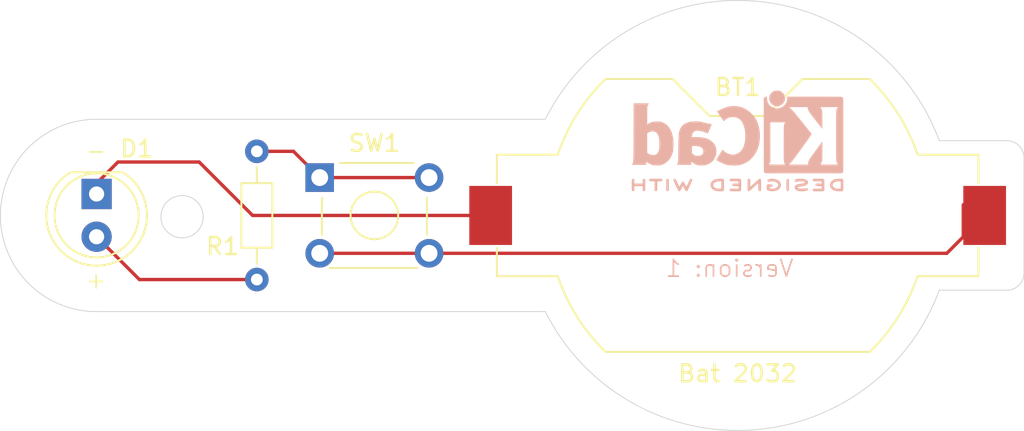
<source format=kicad_pcb>
(kicad_pcb (version 20241229) (generator "pcbnew") (generator_version "9.0")
  (title_block (title "LED Torch") (date "2025-05-12") (rev "1") (company "Ing. Andrés Chaparro"))
  (layers (0 "F.Cu" signal) (2 "B.Cu" signal) (13 "F.Paste" user) (15 "B.Paste" user) (5 "F.SilkS" user "F.Silkscreen") (7 "B.SilkS" user "B.Silkscreen") (1 "F.Mask" user) (3 "B.Mask" user) (25 "Edge.Cuts" user))
  (net 0 "")
  (net 1 "/bat_pos")
  (net 2 "/LED_cathode")
  (net 3 "/LED_anode")
  (net 4 "Net-(SW1A-A)")
  (footprint "Button_Switch_THT:SW_TH_Tactile_Omron_B3F-10xx" (layer "F.Cu") (at 144.07 111.415)
    (property "Reference" "SW1" (at 3.25 -2.05 0) (layer "F.SilkS"))
    (property "Value" "SW_DPST_x2")
    (pad "1" thru_hole rect (at 0 0) (size 1.7 1.7) (drill 1) (layers "*.Cu" "*.Mask") (net 4 "Net-(SW1A-A)"))
    (pad "1" thru_hole circle (at 6.5 0) (size 1.7 1.7) (drill 1) (layers "*.Cu" "*.Mask") (net 4 "Net-(SW1A-A)"))
    (pad "2" thru_hole circle (at 0 4.5) (size 1.7 1.7) (drill 1) (layers "*.Cu" "*.Mask") (net 1 "/bat_pos"))
    (pad "2" thru_hole circle (at 6.5 4.5) (size 1.7 1.7) (drill 1) (layers "*.Cu" "*.Mask") (net 1 "/bat_pos"))
  )
  (footprint "LED_THT:LED_D5.0mm" (layer "F.Cu") (at 130.81 112.39 -90)
    (property "Reference" "D1" (at -2.69 -2.39 0) (layer "F.SilkS"))
    (property "Value" "LED")
    (pad "1" thru_hole rect (at 0 0 270) (size 1.8 1.8) (drill 0.9) (layers "*.Cu" "*.Mask") (net 2 "/LED_cathode"))
    (pad "2" thru_hole circle (at 2.54 0 270) (size 1.8 1.8) (drill 0.9) (layers "*.Cu" "*.Mask") (net 3 "/LED_anode"))
  )
  (footprint "Battery:BatteryHolder_Keystone_1058_1x2032" (layer "F.Cu") (at 168.91 113.665 180)
    (property "Reference" "BT1" (at 0 7.62 0) (layer "F.SilkS"))
    (property "Value" "Bat 2032" (at 0 -9.398 0) (layer "F.SilkS"))
    (pad "1" smd rect (at -14.68 0 180) (size 2.54 3.51) (layers "F.Cu" "F.Mask" "F.Paste") (net 1 "/bat_pos"))
    (pad "2" smd rect (at 14.68 0 180) (size 2.54 3.51) (layers "F.Cu" "F.Mask" "F.Paste") (net 2 "/LED_cathode"))
  )
  (footprint "Resistor_THT:R_Axial_DIN0204_L3.6mm_D1.6mm_P7.62mm_Horizontal" (layer "F.Cu") (at 140.335 117.475 90)
    (property "Reference" "R1" (at 1.975 -2.035 180) (layer "F.SilkS"))
    (property "Value" "R")
    (pad "1" thru_hole circle (at 0 0 90) (size 1.4 1.4) (drill 0.7) (layers "*.Cu" "*.Mask") (net 3 "/LED_anode"))
    (pad "2" thru_hole oval (at 7.62 0 90) (size 1.4 1.4) (drill 0.7) (layers "*.Cu" "*.Mask") (net 4 "Net-(SW1A-A)"))
  )
  (footprint "Symbol:KiCad-Logo2_5mm_SilkScreen" (layer "B.Cu") (at 168.91 109.22 180)
    (property "Reference" "REF**" (hide yes))
    (property "Value" "KiCad-Logo2_5mm_SilkScreen" (hide yes))
  )
  (gr_line (start 157.48 119.38) (end 130.81 119.38) (stroke (width 0.05)) (layer "Edge.Cuts"))
  (gr_arc (start 157.48 107.95) (mid 169.603547 100.904705) (end 180.89208 109.222492) (stroke (width 0.05)) (layer "Edge.Cuts"))
  (gr_arc (start 130.81 119.380226) (mid 125.094774 113.665) (end 130.81 107.949774) (stroke (width 0.05)) (layer "Edge.Cuts"))
  (gr_line (start 185.925507 110.236) (end 185.925507 117.094) (stroke (width 0.05)) (layer "Edge.Cuts"))
  (gr_arc (start 185.925508 117.094) (mid 185.628658 117.810658) (end 184.912 118.107508) (stroke (width 0.05)) (layer "Edge.Cuts"))
  (gr_arc (start 184.912 109.222493) (mid 185.628658 109.519342) (end 185.925507 110.236) (stroke (width 0.05)) (layer "Edge.Cuts"))
  (gr_circle (center 135.89 113.7412) (end 135.365754 114.8842) (stroke (width 0.05)) (fill no) (layer "Edge.Cuts"))
  (gr_line (start 180.89208 109.222493) (end 184.912 109.222493) (stroke (width 0.05)) (layer "Edge.Cuts"))
  (gr_line (start 157.48 107.95) (end 130.81 107.949774) (stroke (width 0.05)) (layer "Edge.Cuts"))
  (gr_arc (start 180.89208 118.107508) (mid 169.603547 126.425294) (end 157.48 119.38) (stroke (width 0.05)) (layer "Edge.Cuts"))
  (gr_line (start 180.89208 118.107508) (end 184.912 118.107508) (stroke (width 0.05)) (layer "Edge.Cuts"))
  (gr_text "+" (at 130.1 118.1 0) (layer "F.SilkS") (effects (font (size 1 1) (thickness 0.1)) (justify left bottom)))
  (gr_text "-" (at 130.1 110.4 0) (layer "F.SilkS") (effects (font (size 1 1) (thickness 0.1)) (justify left bottom)))
  (gr_text "Version: 1" (at 172.3 117.4 0) (layer "B.SilkS") (effects (font (size 1 1) (thickness 0.1)) (justify left bottom mirror)))
  (segment (start 144.07 115.915) (end 150.57 115.915) (width 0.2) (layer "F.Cu") (net 1))
  (segment (start 150.57 115.915) (end 181.34 115.915) (width 0.2) (layer "F.Cu") (net 1))
  (segment (start 182.32 114.86) (end 182.32 113.03) (width 0.2) (layer "F.Cu") (net 1))
  (segment (start 181.34 115.915) (end 183.59 113.665) (width 0.2) (layer "F.Cu") (net 1))
  (segment (start 130.81 111.76) (end 132.08 110.49) (width 0.2) (layer "F.Cu") (net 2))
  (segment (start 132.08 110.49) (end 136.906 110.49) (width 0.2) (layer "F.Cu") (net 2))
  (segment (start 130.81 112.39) (end 130.81 111.76) (width 0.2) (layer "F.Cu") (net 2))
  (segment (start 140.081 113.665) (end 154.23 113.665) (width 0.2) (layer "F.Cu") (net 2))
  (segment (start 136.906 110.49) (end 140.081 113.665) (width 0.2) (layer "F.Cu") (net 2))
  (segment (start 140.335 117.475) (end 133.355 117.475) (width 0.2) (layer "F.Cu") (net 3))
  (segment (start 133.355 117.475) (end 130.81 114.93) (width 0.2) (layer "F.Cu") (net 3))
  (segment (start 142.51 109.855) (end 144.07 111.415) (width 0.2) (layer "F.Cu") (net 4))
  (segment (start 150.57 111.415) (end 144.07 111.415) (width 0.2) (layer "F.Cu") (net 4))
  (segment (start 140.335 109.855) (end 142.51 109.855) (width 0.2) (layer "F.Cu") (net 4))
)
</source>
